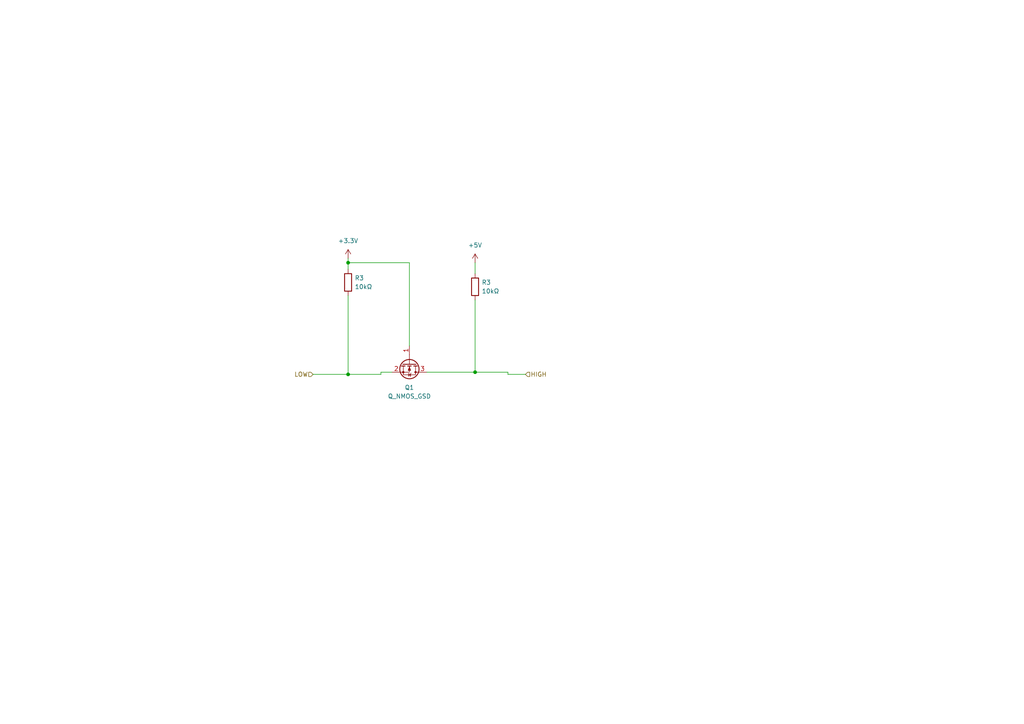
<source format=kicad_sch>
(kicad_sch (version 20230121) (generator eeschema)
  (paper "A4")
  (lib_symbols
    (symbol "Device:Q_NMOS_GSD" (pin_names (offset 0) hide)
      (property "Reference" "Q" (at 5.08 1.27 0))
      (property "Value" "Q_NMOS_GSD" (at 5.08 -1.27 0))
      (symbol "Q_NMOS_GSD_0_1"
        (polyline (pts (xy 0.254 0) (xy -2.54 0)))
        (polyline (pts (xy 0.254 1.905) (xy 0.254 -1.905)) (stroke (width 0.254)))
        (polyline (pts (xy 0.762 -1.27) (xy 0.762 -2.286)) (stroke (width 0.254)))
        (polyline (pts (xy 0.762 0.508) (xy 0.762 -0.508)) (stroke (width 0.254)))
        (polyline (pts (xy 0.762 2.286) (xy 0.762 1.27)) (stroke (width 0.254)))
        (polyline (pts (xy 2.54 2.54) (xy 2.54 1.778)))
        (polyline (pts (xy 2.54 -2.54) (xy 2.54 0) (xy 0.762 0)))
        (polyline (pts (xy 0.762 -1.778) (xy 3.302 -1.778) (xy 3.302 1.778) (xy 0.762 1.778)))
        (polyline (pts (xy 1.016 0) (xy 2.032 0.381) (xy 2.032 -0.381) (xy 1.016 0)) (fill (type outline)))
        (polyline (pts (xy 2.794 0.508) (xy 2.921 0.381) (xy 3.683 0.381) (xy 3.81 0.254)))
        (polyline (pts (xy 3.302 0.381) (xy 2.921 -0.254) (xy 3.683 -0.254) (xy 3.302 0.381)))
        (circle (center 1.651 0) (radius 2.794) (stroke (width 0.254)))
        (circle (center 2.54 -1.778) (radius 0.254) (fill (type outline)))
        (circle (center 2.54 1.778) (radius 0.254) (fill (type outline)))
      )
      (symbol "Q_NMOS_GSD_1_1"
        (pin input line (at -5.08 0 0) (length 2.54) (name "G") (number "1"))
        (pin passive line (at 2.54 -5.08 90) (length 2.54) (name "S") (number "2"))
        (pin passive line (at 2.54 5.08 270) (length 2.54) (name "D") (number "3"))
      )
    )
    (symbol "Device:R" (pin_numbers hide) (pin_names (offset 0))
      (property "Reference" "R" (at 2.032 0 90))
      (property "Value" "R" (at 0 0 90))
      (symbol "R_0_1"
        (rectangle (start -1.016 -2.54) (end 1.016 2.54) (stroke (width 0.254)))
      )
      (symbol "R_1_1"
        (pin passive line (at 0 3.81 270) (length 1.27) (name "~") (number "1"))
        (pin passive line (at 0 -3.81 90) (length 1.27) (name "~") (number "2"))
      )
    )
    (symbol "power:+3.3V" (power) (pin_names (offset 0))
      (property "Value" "+3.3V" (at 0 3.556 0))
      (symbol "+3.3V_0_1"
        (polyline (pts (xy -0.762 1.27) (xy 0 2.54)))
        (polyline (pts (xy 0 0) (xy 0 2.54)))
        (polyline (pts (xy 0 2.54) (xy 0.762 1.27)))
      )
      (symbol "+3.3V_1_1"
        (pin power_in line (at 0 0 90) (length 0) hide (name "+3.3V") (number "1"))
      )
    )
    (symbol "power:+5V" (power) (pin_names (offset 0))
      (property "Value" "+5V" (at 0 3.556 0))
      (symbol "+5V_0_1"
        (polyline (pts (xy -0.762 1.27) (xy 0 2.54)))
        (polyline (pts (xy 0 0) (xy 0 2.54)))
        (polyline (pts (xy 0 2.54) (xy 0.762 1.27)))
      )
      (symbol "+5V_1_1"
        (pin power_in line (at 0 0 90) (length 0) hide (name "+5V") (number "1"))
      )
    )
  )
  (junction (at 137.795 107.95))
  (junction (at 100.965 108.585))
  (junction (at 100.965 76.2))
  (wire (pts (xy 118.745 100.33) (xy 118.745 76.2)))
  (wire (pts (xy 100.965 108.585) (xy 110.49 108.585)))
  (wire (pts (xy 137.795 76.2) (xy 137.795 79.375)))
  (wire (pts (xy 147.32 108.585) (xy 152.4 108.585)))
  (wire (pts (xy 100.965 108.585) (xy 90.805 108.585)))
  (wire (pts (xy 147.32 107.95) (xy 147.32 108.585)))
  (wire (pts (xy 110.49 108.585) (xy 110.49 107.95)))
  (wire (pts (xy 123.825 107.95) (xy 137.795 107.95)))
  (wire (pts (xy 137.795 107.95) (xy 147.32 107.95)))
  (wire (pts (xy 100.965 85.725) (xy 100.965 108.585)))
  (wire (pts (xy 100.965 76.2) (xy 100.965 78.105)))
  (wire (pts (xy 100.965 74.93) (xy 100.965 76.2)))
  (wire (pts (xy 110.49 107.95) (xy 113.665 107.95)))
  (wire (pts (xy 137.795 86.995) (xy 137.795 107.95)))
  (wire (pts (xy 118.745 76.2) (xy 100.965 76.2)))
  (hierarchical_label "HIGH" (shape input) (at 152.4 108.585 0))
  (hierarchical_label "LOW" (shape input) (at 90.805 108.585 180))
  (symbol (lib_id "Device:R") (at 100.965 81.915 180) (unit 1)
    (property "Reference" "R3" (at 102.87 80.645 0) (effects (justify right)))
    (property "Value" "10kΩ" (at 102.87 83.185 0) (effects (justify right)))
    (property "Footprint" "Resistor_SMD:R_0805_2012Metric" (effects hide))
    (instances (project "TeensyIrrigation" (path "" (reference "R3") (unit 1)) (path "" (reference "R1") (unit 1)) (path "" (reference "R4") (unit 1)) (path "" (reference "R7") (unit 1)) (path "" (reference "R10") (unit 1)) (path "" (reference "R22") (unit 1)) (path "" (reference "R16") (unit 1)) (path "" (reference "R19") (unit 1)) (path "" (reference "R13") (unit 1)) (path "" (reference "R25") (unit 1)) (path "" (reference "R31") (unit 1)) (path "" (reference "R28") (unit 1)) (path "" (reference "R34") (unit 1)) (path "" (reference "R37") (unit 1)) (path "" (reference "R43") (unit 1)) (path "" (reference "R40") (unit 1)) (path "" (reference "R46") (unit 1)) (path "" (reference "R4") (unit 1)) (path "" (reference "R8") (unit 1)) (path "" (reference "R41") (unit 1)) (path "" (reference "R1") (unit 1)) (path "" (reference "R5") (unit 1)) (path "" (reference "R8") (unit 1)) (path "" (reference "R11") (unit 1)) (path "" (reference "R14") (unit 1)) (path "" (reference "R43") (unit 1)) (path "" (reference "R46") (unit 1)) (path "" (reference "R49") (unit 1)) (path "" (reference "R53") (unit 1)) (path "" (reference "R55") (unit 1))))
  )
  (symbol (lib_id "Device:R") (at 137.795 83.185 180) (unit 1)
    (property "Reference" "R3" (at 139.7 81.915 0) (effects (justify right)))
    (property "Value" "10kΩ" (at 139.7 84.455 0) (effects (justify right)))
    (property "Footprint" "Resistor_SMD:R_0805_2012Metric" (effects hide))
    (instances (project "TeensyIrrigation" (path "" (reference "R3") (unit 1)) (path "" (reference "R1") (unit 1)) (path "" (reference "R4") (unit 1)) (path "" (reference "R7") (unit 1)) (path "" (reference "R10") (unit 1)) (path "" (reference "R22") (unit 1)) (path "" (reference "R16") (unit 1)) (path "" (reference "R19") (unit 1)) (path "" (reference "R13") (unit 1)) (path "" (reference "R25") (unit 1)) (path "" (reference "R31") (unit 1)) (path "" (reference "R28") (unit 1)) (path "" (reference "R34") (unit 1)) (path "" (reference "R37") (unit 1)) (path "" (reference "R43") (unit 1)) (path "" (reference "R40") (unit 1)) (path "" (reference "R46") (unit 1)) (path "" (reference "R4") (unit 1)) (path "" (reference "R8") (unit 1)) (path "" (reference "R41") (unit 1)) (path "" (reference "R2") (unit 1)) (path "" (reference "R4") (unit 1)) (path "" (reference "R7") (unit 1)) (path "" (reference "R10") (unit 1)) (path "" (reference "R13") (unit 1)) (path "" (reference "R16") (unit 1)) (path "" (reference "R44") (unit 1)) (path "" (reference "R47") (unit 1)) (path "" (reference "R54") (unit 1)) (path "" (reference "R56") (unit 1))))
  )
  (symbol (lib_id "power:+3.3V") (at 100.965 74.93 0) (unit 1)
    (property "Reference" "#PWR0123" (effects hide))
    (property "Value" "+3.3V" (at 100.965 69.85 0))
    (instances (project "TeensyIrrigation" (path "" (reference "#PWR0123") (unit 1)) (path "" (reference "#PWR0130") (unit 1)) (path "" (reference "#PWR0137") (unit 1)) (path "" (reference "#PWR0144") (unit 1)) (path "" (reference "#PWR0151") (unit 1)) (path "" (reference "#PWR0158") (unit 1)) (path "" (reference "#PWR0165") (unit 1)) (path "" (reference "#PWR0172") (unit 1)) (path "" (reference "#PWR0192") (unit 1)) (path "" (reference "#PWR0194") (unit 1))))
  )
  (symbol (lib_id "Device:Q_NMOS_GSD") (at 118.745 105.41 270) (unit 1)
    (property "Reference" "Q1" (at 118.745 112.395 90))
    (property "Value" "Q_NMOS_GSD" (at 118.745 114.935 90))
    (property "Footprint" "Package_TO_SOT_SMD:SOT-23" (effects hide))
    (instances (project "TeensyIrrigation" (path "" (reference "Q1") (unit 1)) (path "" (reference "Q2") (unit 1))))
  )
  (symbol (lib_id "power:+5V") (at 137.795 76.2 0) (unit 1)
    (property "Reference" "#PWR0122" (effects hide))
    (property "Value" "+5V" (at 137.795 71.12 0))
    (instances (project "TeensyIrrigation" (path "" (reference "#PWR0122") (unit 1)) (path "" (reference "#PWR0129") (unit 1)) (path "" (reference "#PWR0136") (unit 1)) (path "" (reference "#PWR0143") (unit 1)) (path "" (reference "#PWR0150") (unit 1)) (path "" (reference "#PWR0157") (unit 1)) (path "" (reference "#PWR0164") (unit 1)) (path "" (reference "#PWR0171") (unit 1)) (path "" (reference "#PWR0193") (unit 1)) (path "" (reference "#PWR0195") (unit 1))))
  )
)
</source>
